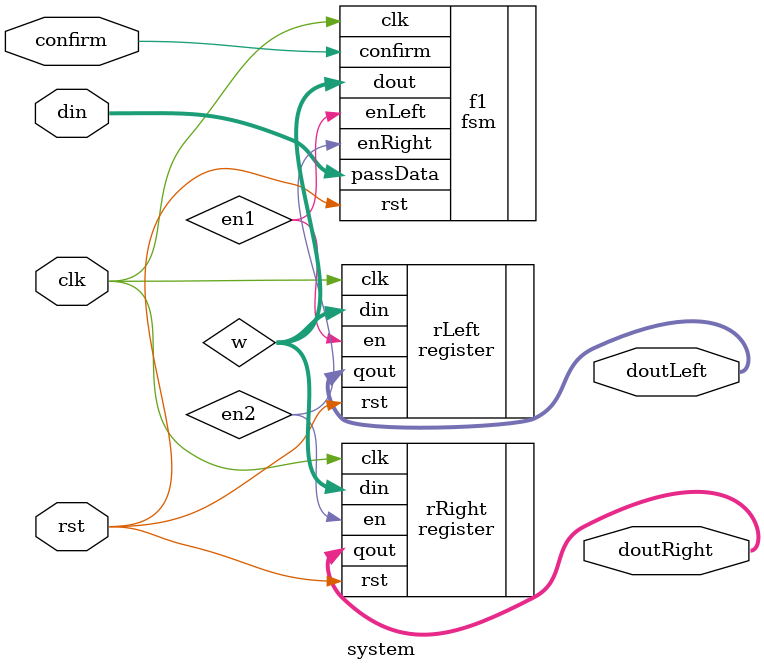
<source format=v>
`timescale 1ns / 1ps
module system(
    input rst,
    input clk,
    input [3:0] din,
    input confirm,
    output [3:0] doutLeft,
    output [3:0] doutRight
    );
wire en1,en2;
wire [3:0] w;
fsm f1(.rst(rst),.clk(clk),.confirm(confirm),.passData(din),.enLeft(en1),.enRight(en2),.dout(w));
register rLeft(.rst(rst),.clk(clk),.en(en1),.din(w),.qout(doutLeft));
register rRight(.rst(rst),.clk(clk),.en(en2),.din(w),.qout(doutRight));

endmodule

</source>
